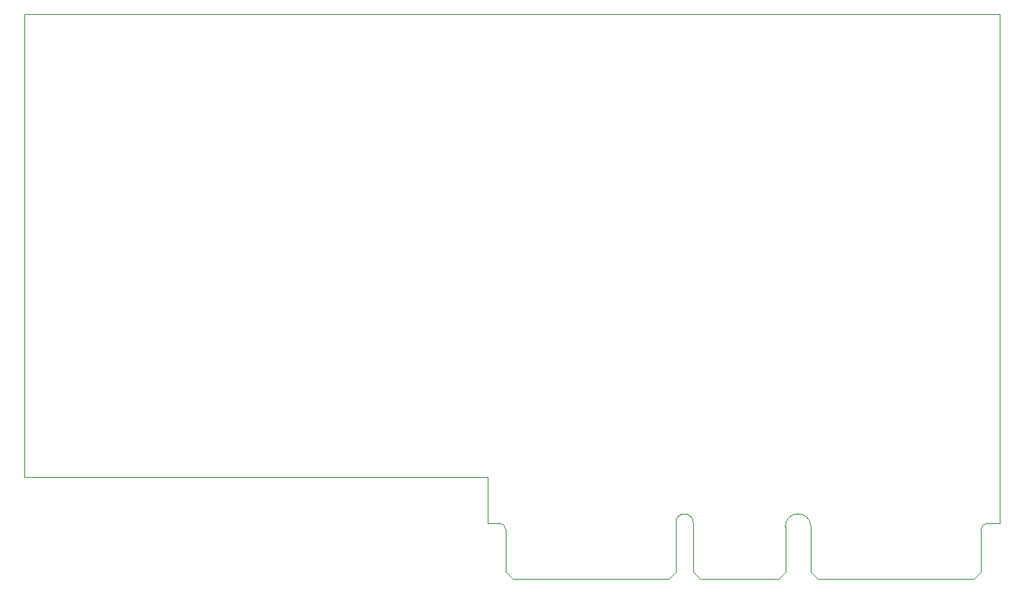
<source format=gbr>
%TF.GenerationSoftware,KiCad,Pcbnew,8.0.2*%
%TF.CreationDate,2024-07-11T13:13:48+02:00*%
%TF.ProjectId,HYDRA_VMM3_CARD,48594452-415f-4564-9d4d-335f43415244,rev?*%
%TF.SameCoordinates,Original*%
%TF.FileFunction,Profile,NP*%
%FSLAX46Y46*%
G04 Gerber Fmt 4.6, Leading zero omitted, Abs format (unit mm)*
G04 Created by KiCad (PCBNEW 8.0.2) date 2024-07-11 13:13:48*
%MOMM*%
%LPD*%
G01*
G04 APERTURE LIST*
%TA.AperFunction,Profile*%
%ADD10C,0.050000*%
%TD*%
G04 APERTURE END LIST*
D10*
X140300000Y-88530000D02*
G75*
G02*
X141050000Y-87780000I750000J0D01*
G01*
X107380000Y-87705000D02*
G75*
G02*
X109230000Y-87705000I925000J0D01*
G01*
X37050000Y-82780000D02*
X37050000Y-32780000D01*
X37050000Y-82780000D02*
X87020000Y-82780000D01*
X109980000Y-93780000D02*
X118440000Y-93780000D01*
X89770000Y-93780000D02*
X106630000Y-93780000D01*
X121940000Y-93030000D02*
X122690000Y-93780000D01*
X141050000Y-87780000D02*
X142300000Y-87780000D01*
X87020000Y-87780000D02*
X87020000Y-82780000D01*
X107380000Y-93030000D02*
X107380000Y-87705000D01*
X122690000Y-93780000D02*
X139550000Y-93780000D01*
X139550000Y-93780000D02*
X140300000Y-93030000D01*
X107380000Y-93030000D02*
X106630000Y-93780000D01*
X89020000Y-93030000D02*
X89020000Y-88530000D01*
X109230000Y-93030000D02*
X109230000Y-87705000D01*
X121940000Y-93030000D02*
X121939999Y-88092500D01*
X88270000Y-87780000D02*
G75*
G02*
X89020000Y-88530000I0J-750000D01*
G01*
X119190000Y-93030000D02*
X119190000Y-88155000D01*
X140300000Y-93030000D02*
X140300000Y-88530000D01*
X119190000Y-93030000D02*
X118440000Y-93780000D01*
X89020000Y-93030000D02*
X89770000Y-93780000D01*
X37050000Y-32780000D02*
X142300000Y-32780000D01*
X109230000Y-93030000D02*
X109980000Y-93780000D01*
X88270000Y-87780000D02*
X87020000Y-87780000D01*
X119188582Y-88155000D02*
G75*
G02*
X121939998Y-88092500I1376418J0D01*
G01*
X142300000Y-32780000D02*
X142300000Y-87780000D01*
M02*

</source>
